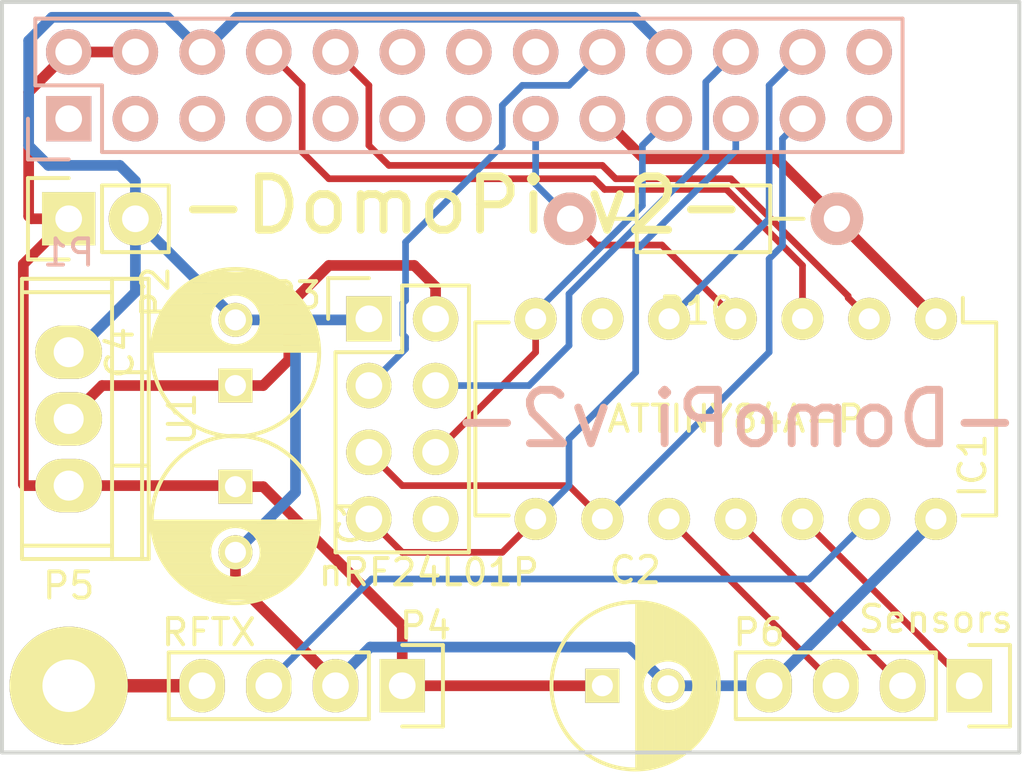
<source format=kicad_pcb>
(kicad_pcb (version 4) (host pcbnew 4.0.2+dfsg1-2~bpo8+1-stable)

  (general
    (links 38)
    (no_connects 0)
    (area 68.504999 23.419999 106.755001 52.145001)
    (thickness 1.6)
    (drawings 6)
    (tracks 135)
    (zones 0)
    (modules 12)
    (nets 19)
  )

  (page A4)
  (layers
    (0 Top signal)
    (31 Bottom signal)
    (36 B.SilkS user)
    (37 F.SilkS user)
    (38 B.Mask user)
    (39 F.Mask user)
    (42 Eco1.User user hide)
    (43 Eco2.User user hide)
    (44 Edge.Cuts user)
    (48 B.Fab user hide)
    (49 F.Fab user hide)
  )

  (setup
    (last_trace_width 0.254)
    (trace_clearance 0.1524)
    (zone_clearance 0.508)
    (zone_45_only no)
    (trace_min 0.1524)
    (segment_width 0.2)
    (edge_width 0.15)
    (via_size 0.6858)
    (via_drill 0.3302)
    (via_min_size 0.6858)
    (via_min_drill 0.3302)
    (uvia_size 0.762)
    (uvia_drill 0.508)
    (uvias_allowed no)
    (uvia_min_size 0)
    (uvia_min_drill 0)
    (pcb_text_width 0.3)
    (pcb_text_size 1.5 1.5)
    (mod_edge_width 0.15)
    (mod_text_size 1 1)
    (mod_text_width 0.15)
    (pad_size 3 3)
    (pad_drill 2)
    (pad_to_mask_clearance 0.2)
    (aux_axis_origin 0 0)
    (visible_elements FFFFFF7F)
    (pcbplotparams
      (layerselection 0x010f0_80000001)
      (usegerberextensions true)
      (excludeedgelayer true)
      (linewidth 0.100000)
      (plotframeref false)
      (viasonmask false)
      (mode 1)
      (useauxorigin false)
      (hpglpennumber 1)
      (hpglpenspeed 20)
      (hpglpendiameter 15)
      (hpglpenoverlay 2)
      (psnegative false)
      (psa4output false)
      (plotreference true)
      (plotvalue true)
      (plotinvisibletext false)
      (padsonsilk false)
      (subtractmaskfromsilk false)
      (outputformat 1)
      (mirror false)
      (drillshape 0)
      (scaleselection 1)
      (outputdirectory ""))
  )

  (net 0 "")
  (net 1 GND)
  (net 2 +3V3)
  (net 3 +5V)
  (net 4 CE)
  (net 5 SS0)
  (net 6 SCK)
  (net 7 MOSI)
  (net 8 MISO)
  (net 9 /RF433-OUT)
  (net 10 Tiny-RESET)
  (net 11 TX)
  (net 12 SS1)
  (net 13 RX)
  (net 14 /ADC3)
  (net 15 /ADC2)
  (net 16 /ADC1)
  (net 17 /ANT)
  (net 18 /NRF-VCC)

  (net_class Default "This is the default net class."
    (clearance 0.1524)
    (trace_width 0.254)
    (via_dia 0.6858)
    (via_drill 0.3302)
    (uvia_dia 0.762)
    (uvia_drill 0.508)
    (add_net /ADC1)
    (add_net /ADC2)
    (add_net /ADC3)
    (add_net /RF433-OUT)
    (add_net CE)
    (add_net MISO)
    (add_net MOSI)
    (add_net RX)
    (add_net SCK)
    (add_net SS0)
    (add_net SS1)
    (add_net TX)
    (add_net Tiny-RESET)
  )

  (net_class ANT ""
    (clearance 0.254)
    (trace_width 0.508)
    (via_dia 0.6858)
    (via_drill 0.3302)
    (uvia_dia 0.762)
    (uvia_drill 0.508)
    (add_net /ANT)
  )

  (net_class Power ""
    (clearance 0.254)
    (trace_width 0.4064)
    (via_dia 0.6858)
    (via_drill 0.3302)
    (uvia_dia 0.762)
    (uvia_drill 0.508)
    (add_net +3V3)
    (add_net +5V)
    (add_net /NRF-VCC)
    (add_net GND)
  )

  (module Pin_Headers:Pin_Header_Straight_1x02 (layer Top) (tedit 560CF25E) (tstamp 560BDFE5)
    (at 71.12 31.75 90)
    (descr "Through hole pin header")
    (tags "pin header")
    (path /560C2BF5)
    (fp_text reference P2 (at -2.794 3.302 90) (layer F.SilkS)
      (effects (font (size 1 1) (thickness 0.15)))
    )
    (fp_text value CONN_01X02 (at 0 -3.1 90) (layer F.Fab) hide
      (effects (font (size 1 1) (thickness 0.15)))
    )
    (fp_line (start 1.27 1.27) (end 1.27 3.81) (layer F.SilkS) (width 0.15))
    (fp_line (start 1.55 -1.55) (end 1.55 0) (layer F.SilkS) (width 0.15))
    (fp_line (start -1.75 -1.75) (end -1.75 4.3) (layer F.CrtYd) (width 0.05))
    (fp_line (start 1.75 -1.75) (end 1.75 4.3) (layer F.CrtYd) (width 0.05))
    (fp_line (start -1.75 -1.75) (end 1.75 -1.75) (layer F.CrtYd) (width 0.05))
    (fp_line (start -1.75 4.3) (end 1.75 4.3) (layer F.CrtYd) (width 0.05))
    (fp_line (start 1.27 1.27) (end -1.27 1.27) (layer F.SilkS) (width 0.15))
    (fp_line (start -1.55 0) (end -1.55 -1.55) (layer F.SilkS) (width 0.15))
    (fp_line (start -1.55 -1.55) (end 1.55 -1.55) (layer F.SilkS) (width 0.15))
    (fp_line (start -1.27 1.27) (end -1.27 3.81) (layer F.SilkS) (width 0.15))
    (fp_line (start -1.27 3.81) (end 1.27 3.81) (layer F.SilkS) (width 0.15))
    (pad 1 thru_hole rect (at 0 0 90) (size 2.032 2.032) (drill 1.016) (layers *.Cu *.Mask F.SilkS)
      (net 3 +5V))
    (pad 2 thru_hole oval (at 0 2.54 90) (size 2.032 2.032) (drill 1.016) (layers *.Cu *.Mask F.SilkS)
      (net 1 GND))
    (model Pin_Headers.3dshapes/Pin_Header_Straight_1x02.wrl
      (at (xyz 0 -0.05 0))
      (scale (xyz 1 1 1))
      (rotate (xyz 0 0 90))
    )
  )

  (module Housings_DIP:DIP-14_W7.62mm (layer Top) (tedit 560CF929) (tstamp 560BE100)
    (at 104.14 35.56 270)
    (descr "14-lead dip package, row spacing 7.62 mm (300 mils)")
    (tags "dil dip 2.54 300")
    (path /560BE23A)
    (fp_text reference IC1 (at 5.588 -1.397 270) (layer F.SilkS)
      (effects (font (size 1 1) (thickness 0.15)))
    )
    (fp_text value ATTINY84A-P (at 3.81 7.62 360) (layer F.SilkS)
      (effects (font (size 1 1) (thickness 0.15)))
    )
    (fp_line (start -1.05 -2.45) (end -1.05 17.7) (layer F.CrtYd) (width 0.05))
    (fp_line (start 8.65 -2.45) (end 8.65 17.7) (layer F.CrtYd) (width 0.05))
    (fp_line (start -1.05 -2.45) (end 8.65 -2.45) (layer F.CrtYd) (width 0.05))
    (fp_line (start -1.05 17.7) (end 8.65 17.7) (layer F.CrtYd) (width 0.05))
    (fp_line (start 0.135 -2.295) (end 0.135 -1.025) (layer F.SilkS) (width 0.15))
    (fp_line (start 7.485 -2.295) (end 7.485 -1.025) (layer F.SilkS) (width 0.15))
    (fp_line (start 7.485 17.535) (end 7.485 16.265) (layer F.SilkS) (width 0.15))
    (fp_line (start 0.135 17.535) (end 0.135 16.265) (layer F.SilkS) (width 0.15))
    (fp_line (start 0.135 -2.295) (end 7.485 -2.295) (layer F.SilkS) (width 0.15))
    (fp_line (start 0.135 17.535) (end 7.485 17.535) (layer F.SilkS) (width 0.15))
    (fp_line (start 0.135 -1.025) (end -0.8 -1.025) (layer F.SilkS) (width 0.15))
    (pad 1 thru_hole oval (at 0 0 270) (size 1.6 1.6) (drill 0.8) (layers *.Cu *.Mask F.SilkS)
      (net 2 +3V3))
    (pad 2 thru_hole oval (at 0 2.54 270) (size 1.6 1.6) (drill 0.8) (layers *.Cu *.Mask F.SilkS)
      (net 13 RX))
    (pad 3 thru_hole oval (at 0 5.08 270) (size 1.6 1.6) (drill 0.8) (layers *.Cu *.Mask F.SilkS)
      (net 11 TX))
    (pad 4 thru_hole oval (at 0 7.62 270) (size 1.6 1.6) (drill 0.8) (layers *.Cu *.Mask F.SilkS)
      (net 10 Tiny-RESET))
    (pad 5 thru_hole oval (at 0 10.16 270) (size 1.6 1.6) (drill 0.8) (layers *.Cu *.Mask F.SilkS)
      (net 12 SS1))
    (pad 6 thru_hole oval (at 0 12.7 270) (size 1.6 1.6) (drill 0.8) (layers *.Cu *.Mask F.SilkS))
    (pad 7 thru_hole oval (at 0 15.24 270) (size 1.6 1.6) (drill 0.8) (layers *.Cu *.Mask F.SilkS)
      (net 7 MOSI))
    (pad 8 thru_hole oval (at 7.62 15.24 270) (size 1.6 1.6) (drill 0.8) (layers *.Cu *.Mask F.SilkS)
      (net 8 MISO))
    (pad 9 thru_hole oval (at 7.62 12.7 270) (size 1.6 1.6) (drill 0.8) (layers *.Cu *.Mask F.SilkS)
      (net 6 SCK))
    (pad 10 thru_hole oval (at 7.62 10.16 270) (size 1.6 1.6) (drill 0.8) (layers *.Cu *.Mask F.SilkS)
      (net 14 /ADC3))
    (pad 11 thru_hole oval (at 7.62 7.62 270) (size 1.6 1.6) (drill 0.8) (layers *.Cu *.Mask F.SilkS)
      (net 15 /ADC2))
    (pad 12 thru_hole oval (at 7.62 5.08 270) (size 1.6 1.6) (drill 0.8) (layers *.Cu *.Mask F.SilkS)
      (net 16 /ADC1))
    (pad 13 thru_hole oval (at 7.62 2.54 270) (size 1.6 1.6) (drill 0.8) (layers *.Cu *.Mask F.SilkS)
      (net 9 /RF433-OUT))
    (pad 14 thru_hole oval (at 7.62 0 270) (size 1.6 1.6) (drill 0.8) (layers *.Cu *.Mask F.SilkS)
      (net 1 GND))
    (model Housings_DIP.3dshapes/DIP-14_W7.62mm.wrl
      (at (xyz 0 0 0))
      (scale (xyz 1 1 1))
      (rotate (xyz 0 0 0))
    )
  )

  (module Socket_Strips:Socket_Strip_Straight_1x04 (layer Top) (tedit 560CF96E) (tstamp 560BFC1B)
    (at 83.82 49.53 180)
    (descr "Through hole socket strip")
    (tags "socket strip")
    (path /560D0649)
    (fp_text reference P4 (at -0.889 2.286 180) (layer F.SilkS)
      (effects (font (size 1 1) (thickness 0.15)))
    )
    (fp_text value RFTX (at 7.366 2.032 180) (layer F.SilkS)
      (effects (font (size 1 1) (thickness 0.15)))
    )
    (fp_line (start -1.75 -1.75) (end -1.75 1.75) (layer F.CrtYd) (width 0.05))
    (fp_line (start 9.4 -1.75) (end 9.4 1.75) (layer F.CrtYd) (width 0.05))
    (fp_line (start -1.75 -1.75) (end 9.4 -1.75) (layer F.CrtYd) (width 0.05))
    (fp_line (start -1.75 1.75) (end 9.4 1.75) (layer F.CrtYd) (width 0.05))
    (fp_line (start 1.27 -1.27) (end 8.89 -1.27) (layer F.SilkS) (width 0.15))
    (fp_line (start 1.27 1.27) (end 8.89 1.27) (layer F.SilkS) (width 0.15))
    (fp_line (start -1.55 1.55) (end 0 1.55) (layer F.SilkS) (width 0.15))
    (fp_line (start 8.89 -1.27) (end 8.89 1.27) (layer F.SilkS) (width 0.15))
    (fp_line (start 1.27 1.27) (end 1.27 -1.27) (layer F.SilkS) (width 0.15))
    (fp_line (start 0 -1.55) (end -1.55 -1.55) (layer F.SilkS) (width 0.15))
    (fp_line (start -1.55 -1.55) (end -1.55 1.55) (layer F.SilkS) (width 0.15))
    (pad 1 thru_hole rect (at 0 0 180) (size 1.7272 2.032) (drill 1.016) (layers *.Cu *.Mask F.SilkS)
      (net 3 +5V))
    (pad 2 thru_hole oval (at 2.54 0 180) (size 1.7272 2.032) (drill 1.016) (layers *.Cu *.Mask F.SilkS)
      (net 1 GND))
    (pad 3 thru_hole oval (at 5.08 0 180) (size 1.7272 2.032) (drill 1.016) (layers *.Cu *.Mask F.SilkS)
      (net 9 /RF433-OUT))
    (pad 4 thru_hole oval (at 7.62 0 180) (size 1.7272 2.032) (drill 1.016) (layers *.Cu *.Mask F.SilkS)
      (net 17 /ANT))
    (model Socket_Strips.3dshapes/Socket_Strip_Straight_1x04.wrl
      (at (xyz 0.15 0 0))
      (scale (xyz 1 1 1))
      (rotate (xyz 0 0 180))
    )
  )

  (module Pin_Headers:Pin_Header_Straight_2x04 (layer Top) (tedit 560CF95F) (tstamp 560BFE6B)
    (at 82.55 35.56)
    (descr "Through hole pin header")
    (tags "pin header")
    (path /560BE537)
    (fp_text reference P3 (at -2.794 -0.889) (layer F.SilkS)
      (effects (font (size 1 1) (thickness 0.15)))
    )
    (fp_text value nRF24L01P (at 2.286 9.652) (layer F.SilkS)
      (effects (font (size 1 1) (thickness 0.15)))
    )
    (fp_line (start -1.75 -1.75) (end -1.75 9.4) (layer F.CrtYd) (width 0.05))
    (fp_line (start 4.3 -1.75) (end 4.3 9.4) (layer F.CrtYd) (width 0.05))
    (fp_line (start -1.75 -1.75) (end 4.3 -1.75) (layer F.CrtYd) (width 0.05))
    (fp_line (start -1.75 9.4) (end 4.3 9.4) (layer F.CrtYd) (width 0.05))
    (fp_line (start -1.27 1.27) (end -1.27 8.89) (layer F.SilkS) (width 0.15))
    (fp_line (start -1.27 8.89) (end 3.81 8.89) (layer F.SilkS) (width 0.15))
    (fp_line (start 3.81 8.89) (end 3.81 -1.27) (layer F.SilkS) (width 0.15))
    (fp_line (start 3.81 -1.27) (end 1.27 -1.27) (layer F.SilkS) (width 0.15))
    (fp_line (start 0 -1.55) (end -1.55 -1.55) (layer F.SilkS) (width 0.15))
    (fp_line (start 1.27 -1.27) (end 1.27 1.27) (layer F.SilkS) (width 0.15))
    (fp_line (start 1.27 1.27) (end -1.27 1.27) (layer F.SilkS) (width 0.15))
    (fp_line (start -1.55 -1.55) (end -1.55 0) (layer F.SilkS) (width 0.15))
    (pad 1 thru_hole rect (at 0 0) (size 1.7272 1.7272) (drill 1.016) (layers *.Cu *.Mask F.SilkS)
      (net 1 GND))
    (pad 2 thru_hole oval (at 2.54 0) (size 1.7272 1.7272) (drill 1.016) (layers *.Cu *.Mask F.SilkS)
      (net 18 /NRF-VCC))
    (pad 3 thru_hole oval (at 0 2.54) (size 1.7272 1.7272) (drill 1.016) (layers *.Cu *.Mask F.SilkS)
      (net 4 CE))
    (pad 4 thru_hole oval (at 2.54 2.54) (size 1.7272 1.7272) (drill 1.016) (layers *.Cu *.Mask F.SilkS)
      (net 5 SS0))
    (pad 5 thru_hole oval (at 0 5.08) (size 1.7272 1.7272) (drill 1.016) (layers *.Cu *.Mask F.SilkS)
      (net 6 SCK))
    (pad 6 thru_hole oval (at 2.54 5.08) (size 1.7272 1.7272) (drill 1.016) (layers *.Cu *.Mask F.SilkS)
      (net 7 MOSI))
    (pad 7 thru_hole oval (at 0 7.62) (size 1.7272 1.7272) (drill 1.016) (layers *.Cu *.Mask F.SilkS)
      (net 8 MISO))
    (pad 8 thru_hole oval (at 2.54 7.62) (size 1.7272 1.7272) (drill 1.016) (layers *.Cu *.Mask F.SilkS))
    (model Pin_Headers.3dshapes/Pin_Header_Straight_2x04.wrl
      (at (xyz 0.05 -0.15 0))
      (scale (xyz 1 1 1))
      (rotate (xyz 0 0 90))
    )
  )

  (module Socket_Strips:Socket_Strip_Straight_1x04 (layer Top) (tedit 560CF964) (tstamp 560CDEF5)
    (at 105.41 49.53 180)
    (descr "Through hole socket strip")
    (tags "socket strip")
    (path /560CF763)
    (fp_text reference P6 (at 8.001 2.032 180) (layer F.SilkS)
      (effects (font (size 1 1) (thickness 0.15)))
    )
    (fp_text value Sensors (at 1.27 2.54 180) (layer F.SilkS)
      (effects (font (size 1 1) (thickness 0.15)))
    )
    (fp_line (start -1.75 -1.75) (end -1.75 1.75) (layer F.CrtYd) (width 0.05))
    (fp_line (start 9.4 -1.75) (end 9.4 1.75) (layer F.CrtYd) (width 0.05))
    (fp_line (start -1.75 -1.75) (end 9.4 -1.75) (layer F.CrtYd) (width 0.05))
    (fp_line (start -1.75 1.75) (end 9.4 1.75) (layer F.CrtYd) (width 0.05))
    (fp_line (start 1.27 -1.27) (end 8.89 -1.27) (layer F.SilkS) (width 0.15))
    (fp_line (start 1.27 1.27) (end 8.89 1.27) (layer F.SilkS) (width 0.15))
    (fp_line (start -1.55 1.55) (end 0 1.55) (layer F.SilkS) (width 0.15))
    (fp_line (start 8.89 -1.27) (end 8.89 1.27) (layer F.SilkS) (width 0.15))
    (fp_line (start 1.27 1.27) (end 1.27 -1.27) (layer F.SilkS) (width 0.15))
    (fp_line (start 0 -1.55) (end -1.55 -1.55) (layer F.SilkS) (width 0.15))
    (fp_line (start -1.55 -1.55) (end -1.55 1.55) (layer F.SilkS) (width 0.15))
    (pad 1 thru_hole rect (at 0 0 180) (size 1.7272 2.032) (drill 1.016) (layers *.Cu *.Mask F.SilkS)
      (net 16 /ADC1))
    (pad 2 thru_hole oval (at 2.54 0 180) (size 1.7272 2.032) (drill 1.016) (layers *.Cu *.Mask F.SilkS)
      (net 15 /ADC2))
    (pad 3 thru_hole oval (at 5.08 0 180) (size 1.7272 2.032) (drill 1.016) (layers *.Cu *.Mask F.SilkS)
      (net 14 /ADC3))
    (pad 4 thru_hole oval (at 7.62 0 180) (size 1.7272 2.032) (drill 1.016) (layers *.Cu *.Mask F.SilkS)
      (net 1 GND))
    (model Socket_Strips.3dshapes/Socket_Strip_Straight_1x04.wrl
      (at (xyz 0.15 0 0))
      (scale (xyz 1 1 1))
      (rotate (xyz 0 0 180))
    )
  )

  (module Wire_Pads:SolderWirePad_single_2mmDrill (layer Top) (tedit 0) (tstamp 56B89E15)
    (at 71.12 49.53)
    (path /560D11E1)
    (fp_text reference P5 (at 0 -3.81) (layer F.SilkS)
      (effects (font (size 1 1) (thickness 0.15)))
    )
    (fp_text value ANT (at -0.635 3.81) (layer F.Fab)
      (effects (font (size 1 1) (thickness 0.15)))
    )
    (pad 1 thru_hole circle (at 0 0) (size 4.50088 4.50088) (drill 1.99898) (layers *.Cu *.Mask F.SilkS)
      (net 17 /ANT))
  )

  (module Capacitors_ThroughHole:C_Radial_D6.3_L11.2_P2.5 (layer Top) (tedit 0) (tstamp 56F5415F)
    (at 77.47 41.95 270)
    (descr "Radial Electrolytic Capacitor, Diameter 6.3mm x Length 11.2mm, Pitch 2.5mm")
    (tags "Electrolytic Capacitor")
    (path /56F554DF)
    (fp_text reference C1 (at 1.25 -4.4 270) (layer F.SilkS)
      (effects (font (size 1 1) (thickness 0.15)))
    )
    (fp_text value 0.47u (at 1.25 4.4 270) (layer F.Fab)
      (effects (font (size 1 1) (thickness 0.15)))
    )
    (fp_line (start 1.325 -3.149) (end 1.325 3.149) (layer F.SilkS) (width 0.15))
    (fp_line (start 1.465 -3.143) (end 1.465 3.143) (layer F.SilkS) (width 0.15))
    (fp_line (start 1.605 -3.13) (end 1.605 -0.446) (layer F.SilkS) (width 0.15))
    (fp_line (start 1.605 0.446) (end 1.605 3.13) (layer F.SilkS) (width 0.15))
    (fp_line (start 1.745 -3.111) (end 1.745 -0.656) (layer F.SilkS) (width 0.15))
    (fp_line (start 1.745 0.656) (end 1.745 3.111) (layer F.SilkS) (width 0.15))
    (fp_line (start 1.885 -3.085) (end 1.885 -0.789) (layer F.SilkS) (width 0.15))
    (fp_line (start 1.885 0.789) (end 1.885 3.085) (layer F.SilkS) (width 0.15))
    (fp_line (start 2.025 -3.053) (end 2.025 -0.88) (layer F.SilkS) (width 0.15))
    (fp_line (start 2.025 0.88) (end 2.025 3.053) (layer F.SilkS) (width 0.15))
    (fp_line (start 2.165 -3.014) (end 2.165 -0.942) (layer F.SilkS) (width 0.15))
    (fp_line (start 2.165 0.942) (end 2.165 3.014) (layer F.SilkS) (width 0.15))
    (fp_line (start 2.305 -2.968) (end 2.305 -0.981) (layer F.SilkS) (width 0.15))
    (fp_line (start 2.305 0.981) (end 2.305 2.968) (layer F.SilkS) (width 0.15))
    (fp_line (start 2.445 -2.915) (end 2.445 -0.998) (layer F.SilkS) (width 0.15))
    (fp_line (start 2.445 0.998) (end 2.445 2.915) (layer F.SilkS) (width 0.15))
    (fp_line (start 2.585 -2.853) (end 2.585 -0.996) (layer F.SilkS) (width 0.15))
    (fp_line (start 2.585 0.996) (end 2.585 2.853) (layer F.SilkS) (width 0.15))
    (fp_line (start 2.725 -2.783) (end 2.725 -0.974) (layer F.SilkS) (width 0.15))
    (fp_line (start 2.725 0.974) (end 2.725 2.783) (layer F.SilkS) (width 0.15))
    (fp_line (start 2.865 -2.704) (end 2.865 -0.931) (layer F.SilkS) (width 0.15))
    (fp_line (start 2.865 0.931) (end 2.865 2.704) (layer F.SilkS) (width 0.15))
    (fp_line (start 3.005 -2.616) (end 3.005 -0.863) (layer F.SilkS) (width 0.15))
    (fp_line (start 3.005 0.863) (end 3.005 2.616) (layer F.SilkS) (width 0.15))
    (fp_line (start 3.145 -2.516) (end 3.145 -0.764) (layer F.SilkS) (width 0.15))
    (fp_line (start 3.145 0.764) (end 3.145 2.516) (layer F.SilkS) (width 0.15))
    (fp_line (start 3.285 -2.404) (end 3.285 -0.619) (layer F.SilkS) (width 0.15))
    (fp_line (start 3.285 0.619) (end 3.285 2.404) (layer F.SilkS) (width 0.15))
    (fp_line (start 3.425 -2.279) (end 3.425 -0.38) (layer F.SilkS) (width 0.15))
    (fp_line (start 3.425 0.38) (end 3.425 2.279) (layer F.SilkS) (width 0.15))
    (fp_line (start 3.565 -2.136) (end 3.565 2.136) (layer F.SilkS) (width 0.15))
    (fp_line (start 3.705 -1.974) (end 3.705 1.974) (layer F.SilkS) (width 0.15))
    (fp_line (start 3.845 -1.786) (end 3.845 1.786) (layer F.SilkS) (width 0.15))
    (fp_line (start 3.985 -1.563) (end 3.985 1.563) (layer F.SilkS) (width 0.15))
    (fp_line (start 4.125 -1.287) (end 4.125 1.287) (layer F.SilkS) (width 0.15))
    (fp_line (start 4.265 -0.912) (end 4.265 0.912) (layer F.SilkS) (width 0.15))
    (fp_circle (center 2.5 0) (end 2.5 -1) (layer F.SilkS) (width 0.15))
    (fp_circle (center 1.25 0) (end 1.25 -3.1875) (layer F.SilkS) (width 0.15))
    (fp_circle (center 1.25 0) (end 1.25 -3.4) (layer F.CrtYd) (width 0.05))
    (pad 2 thru_hole circle (at 2.5 0 270) (size 1.3 1.3) (drill 0.8) (layers *.Cu *.Mask F.SilkS)
      (net 1 GND))
    (pad 1 thru_hole rect (at 0 0 270) (size 1.3 1.3) (drill 0.8) (layers *.Cu *.Mask F.SilkS)
      (net 3 +5V))
    (model Capacitors_ThroughHole.3dshapes/C_Radial_D6.3_L11.2_P2.5.wrl
      (at (xyz 0 0 0))
      (scale (xyz 1 1 1))
      (rotate (xyz 0 0 0))
    )
  )

  (module Capacitors_ThroughHole:C_Radial_D6.3_L11.2_P2.5 (layer Top) (tedit 0) (tstamp 56F54165)
    (at 77.47 38.1 90)
    (descr "Radial Electrolytic Capacitor, Diameter 6.3mm x Length 11.2mm, Pitch 2.5mm")
    (tags "Electrolytic Capacitor")
    (path /560D0C56)
    (fp_text reference C4 (at 1.25 -4.4 90) (layer F.SilkS)
      (effects (font (size 1 1) (thickness 0.15)))
    )
    (fp_text value 33u (at 1.25 4.4 90) (layer F.Fab)
      (effects (font (size 1 1) (thickness 0.15)))
    )
    (fp_line (start 1.325 -3.149) (end 1.325 3.149) (layer F.SilkS) (width 0.15))
    (fp_line (start 1.465 -3.143) (end 1.465 3.143) (layer F.SilkS) (width 0.15))
    (fp_line (start 1.605 -3.13) (end 1.605 -0.446) (layer F.SilkS) (width 0.15))
    (fp_line (start 1.605 0.446) (end 1.605 3.13) (layer F.SilkS) (width 0.15))
    (fp_line (start 1.745 -3.111) (end 1.745 -0.656) (layer F.SilkS) (width 0.15))
    (fp_line (start 1.745 0.656) (end 1.745 3.111) (layer F.SilkS) (width 0.15))
    (fp_line (start 1.885 -3.085) (end 1.885 -0.789) (layer F.SilkS) (width 0.15))
    (fp_line (start 1.885 0.789) (end 1.885 3.085) (layer F.SilkS) (width 0.15))
    (fp_line (start 2.025 -3.053) (end 2.025 -0.88) (layer F.SilkS) (width 0.15))
    (fp_line (start 2.025 0.88) (end 2.025 3.053) (layer F.SilkS) (width 0.15))
    (fp_line (start 2.165 -3.014) (end 2.165 -0.942) (layer F.SilkS) (width 0.15))
    (fp_line (start 2.165 0.942) (end 2.165 3.014) (layer F.SilkS) (width 0.15))
    (fp_line (start 2.305 -2.968) (end 2.305 -0.981) (layer F.SilkS) (width 0.15))
    (fp_line (start 2.305 0.981) (end 2.305 2.968) (layer F.SilkS) (width 0.15))
    (fp_line (start 2.445 -2.915) (end 2.445 -0.998) (layer F.SilkS) (width 0.15))
    (fp_line (start 2.445 0.998) (end 2.445 2.915) (layer F.SilkS) (width 0.15))
    (fp_line (start 2.585 -2.853) (end 2.585 -0.996) (layer F.SilkS) (width 0.15))
    (fp_line (start 2.585 0.996) (end 2.585 2.853) (layer F.SilkS) (width 0.15))
    (fp_line (start 2.725 -2.783) (end 2.725 -0.974) (layer F.SilkS) (width 0.15))
    (fp_line (start 2.725 0.974) (end 2.725 2.783) (layer F.SilkS) (width 0.15))
    (fp_line (start 2.865 -2.704) (end 2.865 -0.931) (layer F.SilkS) (width 0.15))
    (fp_line (start 2.865 0.931) (end 2.865 2.704) (layer F.SilkS) (width 0.15))
    (fp_line (start 3.005 -2.616) (end 3.005 -0.863) (layer F.SilkS) (width 0.15))
    (fp_line (start 3.005 0.863) (end 3.005 2.616) (layer F.SilkS) (width 0.15))
    (fp_line (start 3.145 -2.516) (end 3.145 -0.764) (layer F.SilkS) (width 0.15))
    (fp_line (start 3.145 0.764) (end 3.145 2.516) (layer F.SilkS) (width 0.15))
    (fp_line (start 3.285 -2.404) (end 3.285 -0.619) (layer F.SilkS) (width 0.15))
    (fp_line (start 3.285 0.619) (end 3.285 2.404) (layer F.SilkS) (width 0.15))
    (fp_line (start 3.425 -2.279) (end 3.425 -0.38) (layer F.SilkS) (width 0.15))
    (fp_line (start 3.425 0.38) (end 3.425 2.279) (layer F.SilkS) (width 0.15))
    (fp_line (start 3.565 -2.136) (end 3.565 2.136) (layer F.SilkS) (width 0.15))
    (fp_line (start 3.705 -1.974) (end 3.705 1.974) (layer F.SilkS) (width 0.15))
    (fp_line (start 3.845 -1.786) (end 3.845 1.786) (layer F.SilkS) (width 0.15))
    (fp_line (start 3.985 -1.563) (end 3.985 1.563) (layer F.SilkS) (width 0.15))
    (fp_line (start 4.125 -1.287) (end 4.125 1.287) (layer F.SilkS) (width 0.15))
    (fp_line (start 4.265 -0.912) (end 4.265 0.912) (layer F.SilkS) (width 0.15))
    (fp_circle (center 2.5 0) (end 2.5 -1) (layer F.SilkS) (width 0.15))
    (fp_circle (center 1.25 0) (end 1.25 -3.1875) (layer F.SilkS) (width 0.15))
    (fp_circle (center 1.25 0) (end 1.25 -3.4) (layer F.CrtYd) (width 0.05))
    (pad 2 thru_hole circle (at 2.5 0 90) (size 1.3 1.3) (drill 0.8) (layers *.Cu *.Mask F.SilkS)
      (net 1 GND))
    (pad 1 thru_hole rect (at 0 0 90) (size 1.3 1.3) (drill 0.8) (layers *.Cu *.Mask F.SilkS)
      (net 18 /NRF-VCC))
    (model Capacitors_ThroughHole.3dshapes/C_Radial_D6.3_L11.2_P2.5.wrl
      (at (xyz 0 0 0))
      (scale (xyz 1 1 1))
      (rotate (xyz 0 0 0))
    )
  )

  (module Socket_Strips:Socket_Strip_Straight_2x13 (layer Bottom) (tedit 0) (tstamp 56F5416A)
    (at 71.12 27.94)
    (descr "Through hole socket strip")
    (tags "socket strip")
    (path /56F54504)
    (fp_text reference P1 (at 0 5.1) (layer B.SilkS)
      (effects (font (size 1 1) (thickness 0.15)) (justify mirror))
    )
    (fp_text value RASPBERRY (at 0 3.1) (layer B.Fab)
      (effects (font (size 1 1) (thickness 0.15)) (justify mirror))
    )
    (fp_line (start -1.75 1.75) (end -1.75 -4.3) (layer B.CrtYd) (width 0.05))
    (fp_line (start 32.25 1.75) (end 32.25 -4.3) (layer B.CrtYd) (width 0.05))
    (fp_line (start -1.75 1.75) (end 32.25 1.75) (layer B.CrtYd) (width 0.05))
    (fp_line (start -1.75 -4.3) (end 32.25 -4.3) (layer B.CrtYd) (width 0.05))
    (fp_line (start -1.27 -3.81) (end 31.75 -3.81) (layer B.SilkS) (width 0.15))
    (fp_line (start 1.27 1.27) (end 31.75 1.27) (layer B.SilkS) (width 0.15))
    (fp_line (start 31.75 -3.81) (end 31.75 1.27) (layer B.SilkS) (width 0.15))
    (fp_line (start -1.27 -3.81) (end -1.27 -1.27) (layer B.SilkS) (width 0.15))
    (fp_line (start 0 1.55) (end -1.55 1.55) (layer B.SilkS) (width 0.15))
    (fp_line (start -1.27 -1.27) (end 1.27 -1.27) (layer B.SilkS) (width 0.15))
    (fp_line (start 1.27 -1.27) (end 1.27 1.27) (layer B.SilkS) (width 0.15))
    (fp_line (start -1.55 1.55) (end -1.55 0) (layer B.SilkS) (width 0.15))
    (pad 1 thru_hole rect (at 0 0) (size 1.7272 1.7272) (drill 1.016) (layers *.Cu *.Mask B.SilkS))
    (pad 2 thru_hole oval (at 0 -2.54) (size 1.7272 1.7272) (drill 1.016) (layers *.Cu *.Mask B.SilkS)
      (net 3 +5V))
    (pad 3 thru_hole oval (at 2.54 0) (size 1.7272 1.7272) (drill 1.016) (layers *.Cu *.Mask B.SilkS))
    (pad 4 thru_hole oval (at 2.54 -2.54) (size 1.7272 1.7272) (drill 1.016) (layers *.Cu *.Mask B.SilkS)
      (net 3 +5V))
    (pad 5 thru_hole oval (at 5.08 0) (size 1.7272 1.7272) (drill 1.016) (layers *.Cu *.Mask B.SilkS))
    (pad 6 thru_hole oval (at 5.08 -2.54) (size 1.7272 1.7272) (drill 1.016) (layers *.Cu *.Mask B.SilkS)
      (net 1 GND))
    (pad 7 thru_hole oval (at 7.62 0) (size 1.7272 1.7272) (drill 1.016) (layers *.Cu *.Mask B.SilkS))
    (pad 8 thru_hole oval (at 7.62 -2.54) (size 1.7272 1.7272) (drill 1.016) (layers *.Cu *.Mask B.SilkS)
      (net 11 TX))
    (pad 9 thru_hole oval (at 10.16 0) (size 1.7272 1.7272) (drill 1.016) (layers *.Cu *.Mask B.SilkS))
    (pad 10 thru_hole oval (at 10.16 -2.54) (size 1.7272 1.7272) (drill 1.016) (layers *.Cu *.Mask B.SilkS)
      (net 13 RX))
    (pad 11 thru_hole oval (at 12.7 0) (size 1.7272 1.7272) (drill 1.016) (layers *.Cu *.Mask B.SilkS))
    (pad 12 thru_hole oval (at 12.7 -2.54) (size 1.7272 1.7272) (drill 1.016) (layers *.Cu *.Mask B.SilkS))
    (pad 13 thru_hole oval (at 15.24 0) (size 1.7272 1.7272) (drill 1.016) (layers *.Cu *.Mask B.SilkS))
    (pad 14 thru_hole oval (at 15.24 -2.54) (size 1.7272 1.7272) (drill 1.016) (layers *.Cu *.Mask B.SilkS))
    (pad 15 thru_hole oval (at 17.78 0) (size 1.7272 1.7272) (drill 1.016) (layers *.Cu *.Mask B.SilkS)
      (net 10 Tiny-RESET))
    (pad 16 thru_hole oval (at 17.78 -2.54) (size 1.7272 1.7272) (drill 1.016) (layers *.Cu *.Mask B.SilkS))
    (pad 17 thru_hole oval (at 20.32 0) (size 1.7272 1.7272) (drill 1.016) (layers *.Cu *.Mask B.SilkS)
      (net 2 +3V3))
    (pad 18 thru_hole oval (at 20.32 -2.54) (size 1.7272 1.7272) (drill 1.016) (layers *.Cu *.Mask B.SilkS)
      (net 4 CE))
    (pad 19 thru_hole oval (at 22.86 0) (size 1.7272 1.7272) (drill 1.016) (layers *.Cu *.Mask B.SilkS)
      (net 7 MOSI))
    (pad 20 thru_hole oval (at 22.86 -2.54) (size 1.7272 1.7272) (drill 1.016) (layers *.Cu *.Mask B.SilkS)
      (net 1 GND))
    (pad 21 thru_hole oval (at 25.4 0) (size 1.7272 1.7272) (drill 1.016) (layers *.Cu *.Mask B.SilkS)
      (net 8 MISO))
    (pad 22 thru_hole oval (at 25.4 -2.54) (size 1.7272 1.7272) (drill 1.016) (layers *.Cu *.Mask B.SilkS)
      (net 5 SS0))
    (pad 23 thru_hole oval (at 27.94 0) (size 1.7272 1.7272) (drill 1.016) (layers *.Cu *.Mask B.SilkS)
      (net 6 SCK))
    (pad 24 thru_hole oval (at 27.94 -2.54) (size 1.7272 1.7272) (drill 1.016) (layers *.Cu *.Mask B.SilkS)
      (net 12 SS1))
    (pad 25 thru_hole oval (at 30.48 0) (size 1.7272 1.7272) (drill 1.016) (layers *.Cu *.Mask B.SilkS))
    (pad 26 thru_hole oval (at 30.48 -2.54) (size 1.7272 1.7272) (drill 1.016) (layers *.Cu *.Mask B.SilkS))
    (model Socket_Strips.3dshapes/Socket_Strip_Straight_2x13.wrl
      (at (xyz 0.6 -0.05 0))
      (scale (xyz 1 1 1))
      (rotate (xyz 0 0 180))
    )
  )

  (module Power_Integrations:TO-220 (layer Top) (tedit 0) (tstamp 56F5418D)
    (at 71.12 39.37 270)
    (descr "Non Isolated JEDEC TO-220 Package")
    (tags "Power Integration YN Package")
    (path /56F54C12)
    (fp_text reference U1 (at 0 -4.318 270) (layer F.SilkS)
      (effects (font (size 1 1) (thickness 0.15)))
    )
    (fp_text value LM3940IT-3.3 (at 0 -4.318 270) (layer F.Fab)
      (effects (font (size 1 1) (thickness 0.15)))
    )
    (fp_line (start 4.826 -1.651) (end 4.826 1.778) (layer F.SilkS) (width 0.15))
    (fp_line (start -4.826 -1.651) (end -4.826 1.778) (layer F.SilkS) (width 0.15))
    (fp_line (start 5.334 -2.794) (end -5.334 -2.794) (layer F.SilkS) (width 0.15))
    (fp_line (start 1.778 -1.778) (end 1.778 -3.048) (layer F.SilkS) (width 0.15))
    (fp_line (start -1.778 -1.778) (end -1.778 -3.048) (layer F.SilkS) (width 0.15))
    (fp_line (start -5.334 -1.651) (end 5.334 -1.651) (layer F.SilkS) (width 0.15))
    (fp_line (start 5.334 1.778) (end -5.334 1.778) (layer F.SilkS) (width 0.15))
    (fp_line (start -5.334 -3.048) (end -5.334 1.778) (layer F.SilkS) (width 0.15))
    (fp_line (start 5.334 -3.048) (end 5.334 1.778) (layer F.SilkS) (width 0.15))
    (fp_line (start 5.334 -3.048) (end -5.334 -3.048) (layer F.SilkS) (width 0.15))
    (pad 2 thru_hole oval (at 0 0 270) (size 2.032 2.54) (drill 1.143) (layers *.Cu *.Mask F.SilkS)
      (net 18 /NRF-VCC))
    (pad 3 thru_hole oval (at 2.54 0 270) (size 2.032 2.54) (drill 1.143) (layers *.Cu *.Mask F.SilkS)
      (net 3 +5V))
    (pad 1 thru_hole oval (at -2.54 0 270) (size 2.032 2.54) (drill 1.143) (layers *.Cu *.Mask F.SilkS)
      (net 1 GND))
  )

  (module Capacitors_ThroughHole:C_Radial_D6.3_L11.2_P2.5 (layer Top) (tedit 0) (tstamp 56F54544)
    (at 91.44 49.53)
    (descr "Radial Electrolytic Capacitor, Diameter 6.3mm x Length 11.2mm, Pitch 2.5mm")
    (tags "Electrolytic Capacitor")
    (path /56F57B33)
    (fp_text reference C2 (at 1.25 -4.4) (layer F.SilkS)
      (effects (font (size 1 1) (thickness 0.15)))
    )
    (fp_text value 10u (at 1.25 4.4) (layer F.Fab)
      (effects (font (size 1 1) (thickness 0.15)))
    )
    (fp_line (start 1.325 -3.149) (end 1.325 3.149) (layer F.SilkS) (width 0.15))
    (fp_line (start 1.465 -3.143) (end 1.465 3.143) (layer F.SilkS) (width 0.15))
    (fp_line (start 1.605 -3.13) (end 1.605 -0.446) (layer F.SilkS) (width 0.15))
    (fp_line (start 1.605 0.446) (end 1.605 3.13) (layer F.SilkS) (width 0.15))
    (fp_line (start 1.745 -3.111) (end 1.745 -0.656) (layer F.SilkS) (width 0.15))
    (fp_line (start 1.745 0.656) (end 1.745 3.111) (layer F.SilkS) (width 0.15))
    (fp_line (start 1.885 -3.085) (end 1.885 -0.789) (layer F.SilkS) (width 0.15))
    (fp_line (start 1.885 0.789) (end 1.885 3.085) (layer F.SilkS) (width 0.15))
    (fp_line (start 2.025 -3.053) (end 2.025 -0.88) (layer F.SilkS) (width 0.15))
    (fp_line (start 2.025 0.88) (end 2.025 3.053) (layer F.SilkS) (width 0.15))
    (fp_line (start 2.165 -3.014) (end 2.165 -0.942) (layer F.SilkS) (width 0.15))
    (fp_line (start 2.165 0.942) (end 2.165 3.014) (layer F.SilkS) (width 0.15))
    (fp_line (start 2.305 -2.968) (end 2.305 -0.981) (layer F.SilkS) (width 0.15))
    (fp_line (start 2.305 0.981) (end 2.305 2.968) (layer F.SilkS) (width 0.15))
    (fp_line (start 2.445 -2.915) (end 2.445 -0.998) (layer F.SilkS) (width 0.15))
    (fp_line (start 2.445 0.998) (end 2.445 2.915) (layer F.SilkS) (width 0.15))
    (fp_line (start 2.585 -2.853) (end 2.585 -0.996) (layer F.SilkS) (width 0.15))
    (fp_line (start 2.585 0.996) (end 2.585 2.853) (layer F.SilkS) (width 0.15))
    (fp_line (start 2.725 -2.783) (end 2.725 -0.974) (layer F.SilkS) (width 0.15))
    (fp_line (start 2.725 0.974) (end 2.725 2.783) (layer F.SilkS) (width 0.15))
    (fp_line (start 2.865 -2.704) (end 2.865 -0.931) (layer F.SilkS) (width 0.15))
    (fp_line (start 2.865 0.931) (end 2.865 2.704) (layer F.SilkS) (width 0.15))
    (fp_line (start 3.005 -2.616) (end 3.005 -0.863) (layer F.SilkS) (width 0.15))
    (fp_line (start 3.005 0.863) (end 3.005 2.616) (layer F.SilkS) (width 0.15))
    (fp_line (start 3.145 -2.516) (end 3.145 -0.764) (layer F.SilkS) (width 0.15))
    (fp_line (start 3.145 0.764) (end 3.145 2.516) (layer F.SilkS) (width 0.15))
    (fp_line (start 3.285 -2.404) (end 3.285 -0.619) (layer F.SilkS) (width 0.15))
    (fp_line (start 3.285 0.619) (end 3.285 2.404) (layer F.SilkS) (width 0.15))
    (fp_line (start 3.425 -2.279) (end 3.425 -0.38) (layer F.SilkS) (width 0.15))
    (fp_line (start 3.425 0.38) (end 3.425 2.279) (layer F.SilkS) (width 0.15))
    (fp_line (start 3.565 -2.136) (end 3.565 2.136) (layer F.SilkS) (width 0.15))
    (fp_line (start 3.705 -1.974) (end 3.705 1.974) (layer F.SilkS) (width 0.15))
    (fp_line (start 3.845 -1.786) (end 3.845 1.786) (layer F.SilkS) (width 0.15))
    (fp_line (start 3.985 -1.563) (end 3.985 1.563) (layer F.SilkS) (width 0.15))
    (fp_line (start 4.125 -1.287) (end 4.125 1.287) (layer F.SilkS) (width 0.15))
    (fp_line (start 4.265 -0.912) (end 4.265 0.912) (layer F.SilkS) (width 0.15))
    (fp_circle (center 2.5 0) (end 2.5 -1) (layer F.SilkS) (width 0.15))
    (fp_circle (center 1.25 0) (end 1.25 -3.1875) (layer F.SilkS) (width 0.15))
    (fp_circle (center 1.25 0) (end 1.25 -3.4) (layer F.CrtYd) (width 0.05))
    (pad 2 thru_hole circle (at 2.5 0) (size 1.3 1.3) (drill 0.8) (layers *.Cu *.Mask F.SilkS)
      (net 1 GND))
    (pad 1 thru_hole rect (at 0 0) (size 1.3 1.3) (drill 0.8) (layers *.Cu *.Mask F.SilkS)
      (net 3 +5V))
    (model Capacitors_ThroughHole.3dshapes/C_Radial_D6.3_L11.2_P2.5.wrl
      (at (xyz 0 0 0))
      (scale (xyz 1 1 1))
      (rotate (xyz 0 0 0))
    )
  )

  (module Resistors_ThroughHole:Resistor_Horizontal_RM10mm (layer Top) (tedit 56648415) (tstamp 56F54A9A)
    (at 100.37064 31.75 180)
    (descr "Resistor, Axial,  RM 10mm, 1/3W")
    (tags "Resistor Axial RM 10mm 1/3W")
    (path /560CAD51)
    (fp_text reference R10 (at 5.32892 -3.50012 180) (layer F.SilkS)
      (effects (font (size 1 1) (thickness 0.15)))
    )
    (fp_text value 4.7k (at 5.08 3.81 180) (layer F.Fab)
      (effects (font (size 1 1) (thickness 0.15)))
    )
    (fp_line (start -1.25 -1.5) (end 11.4 -1.5) (layer F.CrtYd) (width 0.05))
    (fp_line (start -1.25 1.5) (end -1.25 -1.5) (layer F.CrtYd) (width 0.05))
    (fp_line (start 11.4 -1.5) (end 11.4 1.5) (layer F.CrtYd) (width 0.05))
    (fp_line (start -1.25 1.5) (end 11.4 1.5) (layer F.CrtYd) (width 0.05))
    (fp_line (start 2.54 -1.27) (end 7.62 -1.27) (layer F.SilkS) (width 0.15))
    (fp_line (start 7.62 -1.27) (end 7.62 1.27) (layer F.SilkS) (width 0.15))
    (fp_line (start 7.62 1.27) (end 2.54 1.27) (layer F.SilkS) (width 0.15))
    (fp_line (start 2.54 1.27) (end 2.54 -1.27) (layer F.SilkS) (width 0.15))
    (fp_line (start 2.54 0) (end 1.27 0) (layer F.SilkS) (width 0.15))
    (fp_line (start 7.62 0) (end 8.89 0) (layer F.SilkS) (width 0.15))
    (pad 1 thru_hole circle (at 0 0 180) (size 1.99898 1.99898) (drill 1.00076) (layers *.Cu *.SilkS *.Mask)
      (net 2 +3V3))
    (pad 2 thru_hole circle (at 10.16 0 180) (size 1.99898 1.99898) (drill 1.00076) (layers *.Cu *.SilkS *.Mask)
      (net 10 Tiny-RESET))
    (model Resistors_ThroughHole.3dshapes/Resistor_Horizontal_RM10mm.wrl
      (at (xyz 0 0 0))
      (scale (xyz 0.4 0.4 0.4))
      (rotate (xyz 0 0 0))
    )
  )

  (gr_line (start 68.58 52.07) (end 68.58 23.495) (angle 90) (layer Edge.Cuts) (width 0.15))
  (gr_line (start 107.315 52.07) (end 68.58 52.07) (angle 90) (layer Edge.Cuts) (width 0.15))
  (gr_line (start 107.315 23.495) (end 107.315 52.07) (angle 90) (layer Edge.Cuts) (width 0.15))
  (gr_line (start 68.58 23.495) (end 107.315 23.495) (angle 90) (layer Edge.Cuts) (width 0.15))
  (gr_text "-DomoPi v2-" (at 96.52 39.37) (layer B.SilkS)
    (effects (font (size 2.032 2.032) (thickness 0.3)) (justify mirror))
  )
  (gr_text "-DomoPi v2-" (at 86.106 31.242) (layer F.SilkS)
    (effects (font (size 2.032 2.032) (thickness 0.3)))
  )

  (segment (start 93.94 49.53) (end 92.466799 48.056799) (width 0.4064) (layer Bottom) (net 1) (status 10))
  (segment (start 92.466799 48.056799) (end 82.600801 48.056799) (width 0.4064) (layer Bottom) (net 1))
  (segment (start 82.600801 48.056799) (end 81.28 49.3776) (width 0.4064) (layer Bottom) (net 1) (status 20))
  (segment (start 81.28 49.3776) (end 81.28 49.53) (width 0.4064) (layer Bottom) (net 1) (status 30))
  (segment (start 97.79 49.53) (end 93.94 49.53) (width 0.4064) (layer Bottom) (net 1) (status 30))
  (segment (start 104.14 43.18) (end 97.79 49.53) (width 0.4064) (layer Bottom) (net 1) (status 30))
  (segment (start 77.47 35.6) (end 79.756 35.6) (width 0.4064) (layer Bottom) (net 1) (status 10))
  (segment (start 79.756 35.6) (end 82.51 35.6) (width 0.4064) (layer Bottom) (net 1) (status 20))
  (segment (start 79.756 42.164) (end 79.756 35.6) (width 0.4064) (layer Bottom) (net 1))
  (segment (start 77.47 44.45) (end 79.756 42.164) (width 0.4064) (layer Bottom) (net 1) (status 10))
  (segment (start 81.28 49.53) (end 81.28 49.3776) (width 0.4064) (layer Top) (net 1) (status 30))
  (segment (start 81.28 49.3776) (end 77.47 45.5676) (width 0.4064) (layer Top) (net 1) (status 10))
  (segment (start 77.47 45.5676) (end 77.47 44.45) (width 0.4064) (layer Top) (net 1) (status 20))
  (segment (start 73.66 31.75) (end 73.66 34.544) (width 0.4064) (layer Bottom) (net 1) (status 10))
  (segment (start 73.66 34.544) (end 71.374 36.83) (width 0.4064) (layer Bottom) (net 1) (status 20))
  (segment (start 71.374 36.83) (end 71.12 36.83) (width 0.4064) (layer Bottom) (net 1) (status 30))
  (segment (start 82.51 35.6) (end 82.55 35.56) (width 0.4064) (layer Bottom) (net 1) (status 30))
  (segment (start 73.66 31.75) (end 77.47 35.56) (width 0.4064) (layer Bottom) (net 1) (status 30))
  (segment (start 77.47 35.56) (end 77.47 35.6) (width 0.4064) (layer Bottom) (net 1) (status 30))
  (segment (start 70.347838 29.718) (end 73.06484 29.718) (width 0.4064) (layer Bottom) (net 1))
  (segment (start 73.06484 29.718) (end 73.66 30.31316) (width 0.4064) (layer Bottom) (net 1))
  (segment (start 73.66 30.31316) (end 73.66 31.75) (width 0.4064) (layer Bottom) (net 1) (status 20))
  (segment (start 69.596 24.969214) (end 69.596 28.966162) (width 0.4064) (layer Bottom) (net 1))
  (segment (start 69.596 28.966162) (end 70.347838 29.718) (width 0.4064) (layer Bottom) (net 1))
  (segment (start 76.2 25.4) (end 74.879199 24.079199) (width 0.4064) (layer Bottom) (net 1) (status 10))
  (segment (start 74.879199 24.079199) (end 70.486015 24.079199) (width 0.4064) (layer Bottom) (net 1))
  (segment (start 70.486015 24.079199) (end 69.596 24.969214) (width 0.4064) (layer Bottom) (net 1))
  (segment (start 93.98 25.4) (end 92.659199 24.079199) (width 0.4064) (layer Bottom) (net 1) (status 10))
  (segment (start 92.659199 24.079199) (end 77.520801 24.079199) (width 0.4064) (layer Bottom) (net 1))
  (segment (start 77.520801 24.079199) (end 76.2 25.4) (width 0.4064) (layer Bottom) (net 1) (status 20))
  (segment (start 100.37064 31.75) (end 98.08464 29.464) (width 0.4064) (layer Top) (net 2) (status 10))
  (segment (start 98.08464 29.464) (end 93.028198 29.464) (width 0.4064) (layer Top) (net 2))
  (segment (start 93.028198 29.464) (end 91.504198 27.94) (width 0.4064) (layer Top) (net 2) (status 20))
  (segment (start 91.504198 27.94) (end 91.44 27.94) (width 0.4064) (layer Top) (net 2) (status 30))
  (segment (start 104.14 35.56) (end 100.37064 31.79064) (width 0.4064) (layer Top) (net 2) (status 30))
  (segment (start 100.37064 31.79064) (end 100.37064 31.75) (width 0.4064) (layer Bottom) (net 2) (status 30))
  (segment (start 83.82 49.53) (end 91.44 49.53) (width 0.4064) (layer Top) (net 3) (status 30))
  (segment (start 77.47 41.95) (end 78.5264 41.95) (width 0.4064) (layer Top) (net 3) (status 10))
  (segment (start 78.5264 41.95) (end 83.82 47.2436) (width 0.4064) (layer Top) (net 3))
  (segment (start 83.82 47.2436) (end 83.82 49.53) (width 0.4064) (layer Top) (net 3) (status 20))
  (segment (start 71.12 41.91) (end 77.43 41.91) (width 0.4064) (layer Top) (net 3) (status 30))
  (segment (start 77.43 41.91) (end 77.47 41.95) (width 0.4064) (layer Top) (net 3) (status 30))
  (segment (start 69.39279 33.47721) (end 71.12 31.75) (width 0.4064) (layer Top) (net 3) (status 20))
  (segment (start 71.12 41.91) (end 69.4436 41.91) (width 0.4064) (layer Top) (net 3) (status 10))
  (segment (start 69.4436 41.91) (end 69.39279 41.85919) (width 0.4064) (layer Top) (net 3))
  (segment (start 69.39279 41.85919) (end 69.39279 33.47721) (width 0.4064) (layer Top) (net 3))
  (segment (start 71.12 25.4) (end 73.66 25.4) (width 0.4064) (layer Top) (net 3) (status 30))
  (segment (start 69.596 31.6484) (end 69.596 26.924) (width 0.4064) (layer Top) (net 3))
  (segment (start 69.596 26.924) (end 71.12 25.4) (width 0.4064) (layer Top) (net 3) (status 20))
  (segment (start 71.12 31.75) (end 69.6976 31.75) (width 0.4064) (layer Top) (net 3) (status 10))
  (segment (start 69.6976 31.75) (end 69.596 31.6484) (width 0.4064) (layer Top) (net 3))
  (segment (start 82.55 38.1) (end 83.946999 36.703001) (width 0.254) (layer Bottom) (net 4) (status 10))
  (segment (start 88.392 26.67) (end 90.17 26.67) (width 0.254) (layer Bottom) (net 4))
  (segment (start 83.946999 36.703001) (end 83.946999 36.259009) (width 0.254) (layer Bottom) (net 4))
  (segment (start 83.946999 36.259009) (end 83.845399 36.157409) (width 0.254) (layer Bottom) (net 4))
  (segment (start 83.845399 36.157409) (end 83.845399 34.962591) (width 0.254) (layer Bottom) (net 4))
  (segment (start 90.17 26.67) (end 91.44 25.4) (width 0.254) (layer Bottom) (net 4) (status 20))
  (segment (start 83.845399 34.962591) (end 83.946999 34.860991) (width 0.254) (layer Bottom) (net 4))
  (segment (start 83.946999 34.860991) (end 83.946999 32.639001) (width 0.254) (layer Bottom) (net 4))
  (segment (start 83.946999 32.639001) (end 87.63 28.956) (width 0.254) (layer Bottom) (net 4))
  (segment (start 87.63 28.956) (end 87.63 27.432) (width 0.254) (layer Bottom) (net 4))
  (segment (start 87.63 27.432) (end 88.392 26.67) (width 0.254) (layer Bottom) (net 4))
  (segment (start 95.656401 26.263599) (end 96.52 25.4) (width 0.254) (layer Bottom) (net 5))
  (segment (start 95.376999 26.543001) (end 95.656401 26.263599) (width 0.254) (layer Bottom) (net 5))
  (segment (start 95.376999 29.403751) (end 95.376999 26.543001) (width 0.254) (layer Bottom) (net 5))
  (segment (start 90.17 34.61075) (end 95.376999 29.403751) (width 0.254) (layer Bottom) (net 5))
  (segment (start 90.17 36.576) (end 90.17 34.61075) (width 0.254) (layer Bottom) (net 5))
  (segment (start 88.646 38.1) (end 90.17 36.576) (width 0.254) (layer Bottom) (net 5))
  (segment (start 85.09 38.1) (end 88.646 38.1) (width 0.254) (layer Bottom) (net 5))
  (segment (start 99.06 27.94) (end 98.298 28.702) (width 0.254) (layer Bottom) (net 6))
  (segment (start 98.298 28.702) (end 98.298 32.766) (width 0.254) (layer Bottom) (net 6))
  (segment (start 98.298 32.766) (end 97.79 33.274) (width 0.254) (layer Bottom) (net 6))
  (segment (start 97.79 33.274) (end 97.79 36.83) (width 0.254) (layer Bottom) (net 6))
  (segment (start 97.79 36.83) (end 91.44 43.18) (width 0.254) (layer Bottom) (net 6))
  (segment (start 90.17 41.91) (end 83.82 41.91) (width 0.254) (layer Top) (net 6))
  (segment (start 83.82 41.91) (end 82.55 40.64) (width 0.254) (layer Top) (net 6) (status 20))
  (segment (start 91.44 43.18) (end 90.17 41.91) (width 0.254) (layer Top) (net 6) (status 10))
  (segment (start 93.98 27.94) (end 92.964 28.956) (width 0.254) (layer Bottom) (net 7))
  (segment (start 92.964 28.956) (end 92.964 31.242) (width 0.254) (layer Bottom) (net 7))
  (segment (start 92.964 31.242) (end 88.9 35.306) (width 0.254) (layer Bottom) (net 7))
  (segment (start 88.9 35.306) (end 88.9 35.56) (width 0.254) (layer Bottom) (net 7))
  (segment (start 88.9 35.56) (end 88.9 36.83) (width 0.254) (layer Top) (net 7) (status 10))
  (segment (start 88.9 36.83) (end 85.09 40.64) (width 0.254) (layer Top) (net 7) (status 20))
  (segment (start 96.52 27.94) (end 96.52 29.161314) (width 0.254) (layer Bottom) (net 8) (status 10))
  (segment (start 96.52 29.161314) (end 92.71 32.971314) (width 0.254) (layer Bottom) (net 8))
  (segment (start 92.71 37.592) (end 90.17 40.132) (width 0.254) (layer Bottom) (net 8))
  (segment (start 92.71 32.971314) (end 92.71 37.592) (width 0.254) (layer Bottom) (net 8))
  (segment (start 90.17 40.132) (end 90.17 41.91) (width 0.254) (layer Bottom) (net 8))
  (segment (start 90.17 41.91) (end 88.9 43.18) (width 0.254) (layer Bottom) (net 8) (status 20))
  (segment (start 88.9 43.18) (end 87.63 44.45) (width 0.254) (layer Top) (net 8) (status 10))
  (segment (start 87.63 44.45) (end 83.82 44.45) (width 0.254) (layer Top) (net 8))
  (segment (start 83.82 44.45) (end 82.55 43.18) (width 0.254) (layer Top) (net 8) (status 20))
  (segment (start 101.6 43.18) (end 99.314 45.466) (width 0.254) (layer Bottom) (net 9) (status 10))
  (segment (start 99.314 45.466) (end 82.6516 45.466) (width 0.254) (layer Bottom) (net 9))
  (segment (start 82.6516 45.466) (end 78.74 49.3776) (width 0.254) (layer Bottom) (net 9) (status 20))
  (segment (start 78.74 49.3776) (end 78.74 49.53) (width 0.254) (layer Bottom) (net 9) (status 30))
  (segment (start 88.9 27.94) (end 88.9 30.43936) (width 0.254) (layer Bottom) (net 10) (status 10))
  (segment (start 88.9 30.43936) (end 90.21064 31.75) (width 0.254) (layer Bottom) (net 10) (status 20))
  (segment (start 90.21064 31.75) (end 91.210129 32.749489) (width 0.254) (layer Top) (net 10) (status 10))
  (segment (start 91.210129 32.749489) (end 93.709489 32.749489) (width 0.254) (layer Top) (net 10))
  (segment (start 93.709489 32.749489) (end 96.52 35.56) (width 0.254) (layer Top) (net 10) (status 20))
  (segment (start 99.06 35.56) (end 99.06 33.528) (width 0.254) (layer Top) (net 11) (status 10))
  (segment (start 99.06 33.528) (end 96.164411 30.632411) (width 0.254) (layer Top) (net 11))
  (segment (start 80.01 26.67) (end 78.74 25.4) (width 0.254) (layer Top) (net 11) (status 20))
  (segment (start 96.164411 30.632411) (end 91.52566 30.632411) (width 0.254) (layer Top) (net 11))
  (segment (start 91.52566 30.632411) (end 91.119249 30.226) (width 0.254) (layer Top) (net 11))
  (segment (start 91.119249 30.226) (end 81.026 30.226) (width 0.254) (layer Top) (net 11))
  (segment (start 81.026 30.226) (end 80.01 29.21) (width 0.254) (layer Top) (net 11))
  (segment (start 80.01 29.21) (end 80.01 26.67) (width 0.254) (layer Top) (net 11))
  (segment (start 99.06 25.4) (end 97.79 26.67) (width 0.254) (layer Bottom) (net 12))
  (segment (start 97.79 26.67) (end 97.79 31.75) (width 0.254) (layer Bottom) (net 12))
  (segment (start 97.79 31.75) (end 97.028 32.512) (width 0.254) (layer Bottom) (net 12))
  (segment (start 97.028 32.512) (end 93.98 35.56) (width 0.254) (layer Bottom) (net 12))
  (segment (start 82.55 26.67) (end 81.28 25.4) (width 0.254) (layer Top) (net 13) (status 20))
  (segment (start 101.6 35.56) (end 100.800001 34.760001) (width 0.254) (layer Top) (net 13) (status 10))
  (segment (start 91.44 29.718) (end 83.312 29.718) (width 0.254) (layer Top) (net 13))
  (segment (start 83.312 29.718) (end 82.55 28.956) (width 0.254) (layer Top) (net 13))
  (segment (start 100.800001 34.69325) (end 96.332751 30.226) (width 0.254) (layer Top) (net 13))
  (segment (start 91.948 30.226) (end 91.44 29.718) (width 0.254) (layer Top) (net 13))
  (segment (start 100.800001 34.760001) (end 100.800001 34.69325) (width 0.254) (layer Top) (net 13))
  (segment (start 82.55 28.956) (end 82.55 26.67) (width 0.254) (layer Top) (net 13))
  (segment (start 96.332751 30.226) (end 91.948 30.226) (width 0.254) (layer Top) (net 13))
  (segment (start 93.98 43.18) (end 100.33 49.53) (width 0.254) (layer Top) (net 14) (status 30))
  (segment (start 96.52 43.18) (end 102.87 49.53) (width 0.254) (layer Top) (net 15) (status 30))
  (segment (start 99.06 43.18) (end 105.41 49.53) (width 0.254) (layer Top) (net 16) (status 30))
  (segment (start 76.2 49.53) (end 71.12 49.53) (width 0.508) (layer Top) (net 17) (status 30))
  (segment (start 77.47 38.1) (end 72.39 38.1) (width 0.4064) (layer Top) (net 18) (status 10))
  (segment (start 72.39 38.1) (end 71.12 39.37) (width 0.4064) (layer Top) (net 18) (status 20))
  (segment (start 79.502 35.052) (end 79.502 37.1244) (width 0.4064) (layer Top) (net 18))
  (segment (start 79.502 37.1244) (end 78.5264 38.1) (width 0.4064) (layer Top) (net 18))
  (segment (start 78.5264 38.1) (end 77.47 38.1) (width 0.4064) (layer Top) (net 18) (status 20))
  (segment (start 81.026 33.528) (end 79.502 35.052) (width 0.4064) (layer Top) (net 18))
  (segment (start 84.279314 33.528) (end 81.026 33.528) (width 0.4064) (layer Top) (net 18))
  (segment (start 85.09 35.56) (end 85.09 34.338686) (width 0.4064) (layer Top) (net 18) (status 10))
  (segment (start 85.09 34.338686) (end 84.279314 33.528) (width 0.4064) (layer Top) (net 18))

)

</source>
